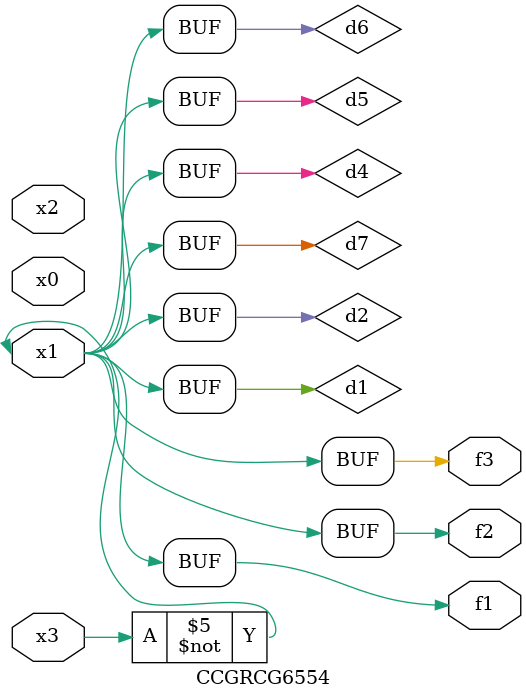
<source format=v>
module CCGRCG6554(
	input x0, x1, x2, x3,
	output f1, f2, f3
);

	wire d1, d2, d3, d4, d5, d6, d7;

	not (d1, x3);
	buf (d2, x1);
	xnor (d3, d1, d2);
	nor (d4, d1);
	buf (d5, d1, d2);
	buf (d6, d4, d5);
	nand (d7, d4);
	assign f1 = d6;
	assign f2 = d7;
	assign f3 = d6;
endmodule

</source>
